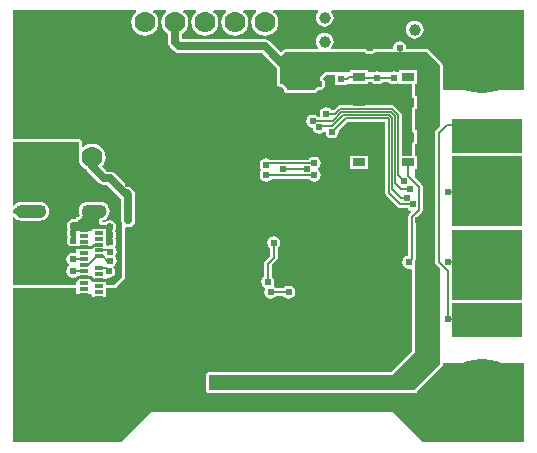
<source format=gtl>
G04 Layer_Physical_Order=1*
G04 Layer_Color=255*
%FSLAX25Y25*%
%MOIN*%
G70*
G01*
G75*
%ADD10R,0.04134X0.02559*%
%ADD11R,0.23622X0.23622*%
%ADD12R,0.23622X0.11811*%
%ADD13R,0.02756X0.03937*%
%ADD14R,0.02756X0.01181*%
%ADD15R,0.02165X0.01968*%
%ADD16C,0.00500*%
%ADD17C,0.02500*%
%ADD18C,0.01000*%
%ADD19C,0.03900*%
%ADD20C,0.27559*%
%ADD21C,0.07000*%
%ADD22R,0.07000X0.07000*%
%ADD23O,0.10236X0.04331*%
%ADD24O,0.08268X0.04331*%
%ADD25C,0.05000*%
%ADD26C,0.02400*%
G36*
X130657Y180098D02*
X131179Y179882D01*
X131627Y179538D01*
X131971Y179090D01*
X132187Y178568D01*
X132261Y178008D01*
X132187Y177448D01*
X131971Y176926D01*
X131627Y176478D01*
X131179Y176134D01*
X130657Y175917D01*
X130620Y175912D01*
X130462Y175859D01*
X130302Y175816D01*
X130275Y175795D01*
X130243Y175785D01*
X130118Y175675D01*
X129986Y175574D01*
X129969Y175545D01*
X129944Y175522D01*
X129870Y175373D01*
X129787Y175229D01*
X129783Y175196D01*
X129768Y175165D01*
X129757Y175000D01*
X129735Y174835D01*
X129768Y174335D01*
X129811Y174174D01*
X129844Y174011D01*
X129862Y173983D01*
X129871Y173951D01*
X129972Y173819D01*
X130065Y173681D01*
X130093Y173662D01*
X130113Y173635D01*
X130257Y173552D01*
X130395Y173460D01*
X130429Y173453D01*
X130458Y173436D01*
X130623Y173414D01*
X130786Y173382D01*
X131731D01*
X131830Y173402D01*
X131930D01*
X132023Y173440D01*
X132122Y173460D01*
X132205Y173515D01*
X132298Y173554D01*
X132850Y173923D01*
X133311Y174015D01*
X133772Y173923D01*
X134162Y173662D01*
X134423Y173272D01*
X134515Y172811D01*
X134423Y172350D01*
X134233Y172066D01*
X134233Y172066D01*
X134081Y171699D01*
Y171301D01*
X134233Y170933D01*
X134233Y170933D01*
X134423Y170650D01*
X134515Y170189D01*
X134423Y169728D01*
X134274Y169505D01*
X134122Y169138D01*
Y168740D01*
X134274Y168372D01*
X134423Y168149D01*
X134515Y167689D01*
X134423Y167228D01*
X134100Y166745D01*
X134100Y166745D01*
X134054Y166633D01*
X133500Y166743D01*
X132642Y166572D01*
X132621Y166558D01*
X132121Y166825D01*
Y169252D01*
Y172433D01*
X127365D01*
Y171782D01*
X127002Y171449D01*
X122247D01*
Y167451D01*
X120289D01*
X120093Y167744D01*
X120001Y168205D01*
X120093Y168665D01*
X120242Y168888D01*
X120394Y169256D01*
Y169654D01*
X120242Y170021D01*
X120093Y170244D01*
X120001Y170705D01*
X120093Y171165D01*
X120242Y171388D01*
X120394Y171756D01*
Y172154D01*
X120242Y172521D01*
X120093Y172744D01*
X120001Y173205D01*
X120093Y173665D01*
X120354Y174056D01*
X120744Y174317D01*
X121205Y174408D01*
X121547Y174340D01*
X121572D01*
X121596Y174332D01*
X121771Y174340D01*
X121945D01*
X121968Y174350D01*
X121993Y174351D01*
X122151Y174425D01*
X122313Y174492D01*
X122330Y174510D01*
X122353Y174521D01*
X122853Y174891D01*
X122904Y174947D01*
X122967Y174989D01*
X123037Y175093D01*
X123114Y175178D01*
X123218Y175182D01*
X123291Y175215D01*
X123370Y175231D01*
X123470Y175298D01*
X123579Y175348D01*
X123634Y175407D01*
X123701Y175452D01*
X123768Y175552D01*
X123849Y175640D01*
X124156Y176140D01*
X124184Y176216D01*
X124229Y176283D01*
X124252Y176401D01*
X124293Y176514D01*
X124290Y176594D01*
X124306Y176673D01*
X124283Y176791D01*
X124278Y176911D01*
X124244Y176984D01*
X124229Y177063D01*
X124069Y177448D01*
X123996Y178008D01*
X124069Y178568D01*
X124285Y179090D01*
X124629Y179538D01*
X125078Y179882D01*
X125600Y180098D01*
X126227Y180181D01*
X130030D01*
X130657Y180098D01*
D02*
G37*
G36*
X123000Y196295D02*
X122961Y196000D01*
X123000Y195705D01*
Y194500D01*
X123428Y194072D01*
X123569Y193731D01*
X124291Y192791D01*
X125231Y192069D01*
X125487Y191963D01*
X125878Y191378D01*
X129828Y187428D01*
X130572Y186931D01*
X131450Y186756D01*
X132328D01*
X136656Y182428D01*
X137206Y182060D01*
Y175000D01*
X137381Y174122D01*
X137500Y173943D01*
X137500Y156000D01*
X135000Y153500D01*
X132121D01*
Y154717D01*
X127365D01*
X127315Y154762D01*
Y155427D01*
X127365Y155472D01*
X127502Y155472D01*
X132121D01*
Y155472D01*
X132621Y155832D01*
X133000Y155757D01*
X133858Y155928D01*
X134586Y156414D01*
X135072Y157142D01*
X135243Y158000D01*
X135072Y158858D01*
X134589Y159582D01*
X135086Y159914D01*
X135572Y160642D01*
X135743Y161500D01*
X135572Y162358D01*
X135144Y163000D01*
X135572Y163642D01*
X135743Y164500D01*
X135572Y165358D01*
X135086Y166086D01*
X134948Y166179D01*
X135383Y166831D01*
X135554Y167689D01*
X135383Y168547D01*
X135122Y168939D01*
X135383Y169331D01*
X135554Y170189D01*
X135383Y171047D01*
X135081Y171500D01*
X135383Y171953D01*
X135554Y172811D01*
X135383Y173669D01*
X134897Y174397D01*
X134169Y174883D01*
X133311Y175054D01*
X132453Y174883D01*
X131731Y174402D01*
X130786D01*
X130753Y174902D01*
X130923Y174924D01*
X131693Y175243D01*
X132354Y175750D01*
X132862Y176411D01*
X133181Y177181D01*
X133290Y178008D01*
X133181Y178834D01*
X132862Y179604D01*
X132354Y180265D01*
X131693Y180773D01*
X130923Y181092D01*
X130097Y181201D01*
X126160D01*
X125333Y181092D01*
X124564Y180773D01*
X123902Y180265D01*
X123395Y179604D01*
X123076Y178834D01*
X122967Y178008D01*
X123076Y177181D01*
X123286Y176673D01*
X122980Y176173D01*
X122247D01*
Y175710D01*
X121747Y175340D01*
X121205Y175448D01*
X120346Y175277D01*
X119619Y174791D01*
X119132Y174063D01*
X118962Y173205D01*
X119132Y172346D01*
X119394Y171955D01*
X119132Y171563D01*
X118962Y170705D01*
X119132Y169846D01*
X119394Y169455D01*
X119132Y169063D01*
X118962Y168205D01*
X119132Y167346D01*
X119619Y166619D01*
X120346Y166132D01*
X121205Y165962D01*
X122063Y166132D01*
X122313Y166299D01*
X126959D01*
X127002Y166299D01*
X127052Y166254D01*
Y166023D01*
X126571Y165543D01*
X122247D01*
Y164363D01*
X121747Y164082D01*
X121016Y164227D01*
X120157Y164057D01*
X119430Y163570D01*
X118943Y162843D01*
X118773Y161984D01*
X118943Y161126D01*
X119430Y160398D01*
X119643Y160255D01*
Y159755D01*
X119461Y159633D01*
X118975Y158906D01*
X118804Y158047D01*
X118975Y157189D01*
X119461Y156461D01*
X120189Y155975D01*
X121047Y155804D01*
X121856Y155965D01*
X122084Y155779D01*
X122247Y155601D01*
Y153500D01*
X101020Y153500D01*
Y175967D01*
X101520Y176136D01*
X101816Y175750D01*
X102477Y175243D01*
X103247Y174924D01*
X104073Y174815D01*
X109979D01*
X110805Y174924D01*
X111575Y175243D01*
X112236Y175750D01*
X112744Y176411D01*
X113063Y177181D01*
X113171Y178008D01*
X113063Y178834D01*
X112744Y179604D01*
X112236Y180265D01*
X111575Y180773D01*
X110805Y181092D01*
X109979Y181201D01*
X104073D01*
X103247Y181092D01*
X102477Y180773D01*
X101816Y180265D01*
X101520Y179879D01*
X101020Y180049D01*
Y201000D01*
X123000D01*
Y196295D01*
D02*
G37*
G36*
X110539Y180098D02*
X111061Y179882D01*
X111509Y179538D01*
X111853Y179090D01*
X112069Y178568D01*
X112143Y178008D01*
X112069Y177448D01*
X111853Y176926D01*
X111509Y176478D01*
X111061Y176134D01*
X110539Y175917D01*
X109912Y175835D01*
X104140D01*
X103513Y175917D01*
X102991Y176134D01*
X102543Y176478D01*
X102328Y176757D01*
X102303Y176779D01*
X102286Y176809D01*
X102154Y176910D01*
X102029Y177019D01*
X101997Y177030D01*
X101971Y177051D01*
X101810Y177094D01*
X101653Y177147D01*
X101619Y177145D01*
X101586Y177154D01*
X101520Y177145D01*
X101264Y177284D01*
X101067Y177474D01*
X101020Y177562D01*
Y178454D01*
X101067Y178541D01*
X101264Y178732D01*
X101520Y178871D01*
X101586Y178862D01*
X101619Y178871D01*
X101653Y178869D01*
X101810Y178922D01*
X101971Y178965D01*
X101997Y178986D01*
X102029Y178997D01*
X102154Y179106D01*
X102286Y179207D01*
X102303Y179236D01*
X102328Y179259D01*
X102543Y179538D01*
X102991Y179882D01*
X103513Y180098D01*
X104140Y180181D01*
X109912D01*
X110539Y180098D01*
D02*
G37*
G36*
X271480Y218500D02*
X245000D01*
Y218500D01*
X244520Y218547D01*
Y226178D01*
X244442Y226568D01*
X244373Y226735D01*
X244335Y226895D01*
X244301Y226968D01*
X244285Y227047D01*
X244218Y227147D01*
X244168Y227256D01*
X244109Y227311D01*
X244064Y227378D01*
X239721Y231721D01*
X239390Y231942D01*
X239000Y232020D01*
X232542D01*
X232224Y232406D01*
X232243Y232500D01*
X232072Y233358D01*
X231586Y234086D01*
X230858Y234572D01*
X230000Y234743D01*
X229142Y234572D01*
X228414Y234086D01*
X227928Y233358D01*
X227757Y232500D01*
X227776Y232406D01*
X227458Y232020D01*
X221644D01*
X221545Y232000D01*
X221445D01*
X221352Y231962D01*
X221253Y231942D01*
X221170Y231886D01*
X221077Y231848D01*
X221006Y231777D01*
X220923Y231721D01*
X220894Y231677D01*
X220461Y231388D01*
X220000Y231296D01*
X219539Y231388D01*
X219106Y231677D01*
X219077Y231721D01*
X218994Y231777D01*
X218923Y231848D01*
X218830Y231886D01*
X218746Y231942D01*
X218648Y231962D01*
X218555Y232000D01*
X218455D01*
X218356Y232020D01*
X207376D01*
X207199Y232520D01*
X207577Y233012D01*
X207874Y233730D01*
X207976Y234500D01*
X207874Y235270D01*
X207577Y235988D01*
X207104Y236604D01*
X206488Y237077D01*
X205770Y237374D01*
X205000Y237475D01*
X204230Y237374D01*
X203512Y237077D01*
X202896Y236604D01*
X202423Y235988D01*
X202126Y235270D01*
X202025Y234500D01*
X202126Y233730D01*
X202423Y233012D01*
X202801Y232520D01*
X202624Y232020D01*
X192000D01*
X191875Y231995D01*
X191747Y231988D01*
X191681Y231956D01*
X191610Y231942D01*
X191504Y231871D01*
X191388Y231816D01*
X190269Y230976D01*
X186622Y234622D01*
X185878Y235120D01*
X185000Y235294D01*
X157450D01*
X157294Y235450D01*
Y237088D01*
X158209Y237791D01*
X158931Y238731D01*
X159384Y239825D01*
X159539Y241000D01*
X159384Y242175D01*
X158931Y243269D01*
X158209Y244209D01*
X157856Y244480D01*
X158026Y244981D01*
X161974D01*
X162144Y244480D01*
X161791Y244209D01*
X161069Y243269D01*
X160616Y242175D01*
X160461Y241000D01*
X160616Y239825D01*
X161069Y238731D01*
X161791Y237791D01*
X162731Y237069D01*
X163825Y236616D01*
X165000Y236461D01*
X166175Y236616D01*
X167269Y237069D01*
X168209Y237791D01*
X168931Y238731D01*
X169384Y239825D01*
X169539Y241000D01*
X169384Y242175D01*
X168931Y243269D01*
X168209Y244209D01*
X167856Y244480D01*
X168026Y244981D01*
X171974D01*
X172144Y244480D01*
X171791Y244209D01*
X171069Y243269D01*
X170616Y242175D01*
X170461Y241000D01*
X170616Y239825D01*
X171069Y238731D01*
X171791Y237791D01*
X172731Y237069D01*
X173825Y236616D01*
X175000Y236461D01*
X176175Y236616D01*
X177269Y237069D01*
X178209Y237791D01*
X178931Y238731D01*
X179384Y239825D01*
X179539Y241000D01*
X179384Y242175D01*
X178931Y243269D01*
X178209Y244209D01*
X177856Y244480D01*
X178026Y244981D01*
X181974D01*
X182144Y244480D01*
X181791Y244209D01*
X181069Y243269D01*
X180616Y242175D01*
X180461Y241000D01*
X180616Y239825D01*
X181069Y238731D01*
X181791Y237791D01*
X182731Y237069D01*
X183825Y236616D01*
X185000Y236461D01*
X186175Y236616D01*
X187269Y237069D01*
X188209Y237791D01*
X188931Y238731D01*
X189384Y239825D01*
X189539Y241000D01*
X189384Y242175D01*
X188931Y243269D01*
X188209Y244209D01*
X187856Y244480D01*
X188026Y244981D01*
X202624D01*
X202801Y244480D01*
X202423Y243988D01*
X202126Y243270D01*
X202025Y242500D01*
X202126Y241730D01*
X202423Y241012D01*
X202896Y240396D01*
X203512Y239923D01*
X204230Y239626D01*
X205000Y239525D01*
X205770Y239626D01*
X206488Y239923D01*
X207104Y240396D01*
X207577Y241012D01*
X207874Y241730D01*
X207976Y242500D01*
X207874Y243270D01*
X207577Y243988D01*
X207199Y244480D01*
X207376Y244981D01*
X271480D01*
Y218500D01*
D02*
G37*
G36*
X152144Y244480D02*
X151791Y244209D01*
X151069Y243269D01*
X150616Y242175D01*
X150461Y241000D01*
X150616Y239825D01*
X151069Y238731D01*
X151791Y237791D01*
X152706Y237088D01*
Y234500D01*
X152881Y233622D01*
X153378Y232878D01*
X154878Y231378D01*
X155622Y230880D01*
X156500Y230706D01*
X184050D01*
X188980Y225775D01*
Y220618D01*
X188990Y220568D01*
X188985Y220518D01*
X189029Y220375D01*
X189058Y220228D01*
X189086Y220186D01*
X189101Y220137D01*
X189196Y220022D01*
X189279Y219897D01*
X189321Y219869D01*
X189353Y219830D01*
X189559Y219661D01*
X189604Y219637D01*
X189639Y219601D01*
X189778Y219544D01*
X189910Y219473D01*
X189960Y219468D01*
X190007Y219449D01*
X190666Y219318D01*
X191057Y219057D01*
X191318Y218667D01*
X191391Y218301D01*
X191429Y218208D01*
X191448Y218110D01*
X191504Y218026D01*
X191543Y217934D01*
X191614Y217863D01*
X191670Y217779D01*
X191753Y217723D01*
X191824Y217652D01*
X191917Y217614D01*
X192000Y217558D01*
X192099Y217538D01*
X192192Y217500D01*
X192292D01*
X192391Y217480D01*
X201500D01*
X201890Y217558D01*
X202221Y217779D01*
X202749Y218307D01*
X203000Y218257D01*
X203858Y218428D01*
X204586Y218914D01*
X205072Y219642D01*
X205243Y220500D01*
X205072Y221358D01*
X204586Y222086D01*
X204612Y222670D01*
X205422Y223480D01*
X208417D01*
Y220146D01*
X212583D01*
Y220429D01*
X212764Y220527D01*
X213264Y220453D01*
Y220453D01*
X219398D01*
Y221226D01*
X220706D01*
X220914Y220914D01*
X221642Y220428D01*
X222500Y220257D01*
X223358Y220428D01*
X224086Y220914D01*
X224294Y221226D01*
X226206D01*
X226414Y220914D01*
X227142Y220428D01*
X228000Y220257D01*
X228858Y220428D01*
X229102Y220591D01*
X229602Y220453D01*
Y220453D01*
X229602Y220453D01*
X233980D01*
Y216547D01*
X234058Y216157D01*
X234279Y215826D01*
X234610Y215605D01*
X234717Y215584D01*
Y212951D01*
X234610Y212930D01*
X234279Y212709D01*
X234058Y212378D01*
X233980Y211988D01*
Y205012D01*
X234058Y204622D01*
X234279Y204291D01*
X234610Y204070D01*
X234717Y204049D01*
Y201416D01*
X234610Y201395D01*
X234279Y201174D01*
X234058Y200843D01*
X233980Y200453D01*
Y196547D01*
X230774D01*
Y210000D01*
X230678Y210488D01*
X230401Y210901D01*
X228401Y212901D01*
X227988Y213177D01*
X227500Y213275D01*
X210000D01*
X209512Y213177D01*
X209099Y212901D01*
X207972Y211774D01*
X207294D01*
X207086Y212086D01*
X206358Y212572D01*
X205500Y212743D01*
X204642Y212572D01*
X203914Y212086D01*
X203428Y211358D01*
X203257Y210500D01*
X203375Y209905D01*
X203053Y209463D01*
X202674Y209454D01*
X202586Y209586D01*
X201858Y210072D01*
X201000Y210243D01*
X200142Y210072D01*
X199414Y209586D01*
X198928Y208858D01*
X198757Y208000D01*
X198928Y207142D01*
X199414Y206414D01*
X200142Y205928D01*
X200965Y205764D01*
X201079Y205192D01*
X201565Y204464D01*
X202293Y203978D01*
X203151Y203807D01*
X204010Y203978D01*
X204737Y204464D01*
X204780Y204528D01*
X204879Y204522D01*
X205281Y204378D01*
X205428Y203642D01*
X205914Y202914D01*
X206642Y202428D01*
X207500Y202257D01*
X208358Y202428D01*
X209086Y202914D01*
X209572Y203642D01*
X209743Y204500D01*
X209670Y204868D01*
X212528Y207726D01*
X225225D01*
Y184000D01*
X225323Y183512D01*
X225599Y183099D01*
X229313Y179384D01*
X229727Y179108D01*
X230215Y179011D01*
X232592D01*
X232801Y178699D01*
X233528Y178213D01*
X233744Y178170D01*
X233889Y177692D01*
X233099Y176901D01*
X232822Y176488D01*
X232726Y176000D01*
Y163189D01*
X232142Y163072D01*
X231414Y162586D01*
X230928Y161858D01*
X230757Y161000D01*
X230928Y160142D01*
X231414Y159414D01*
X232142Y158928D01*
X233000Y158757D01*
X233480Y158853D01*
X233980Y158454D01*
Y131422D01*
X227078Y124520D01*
X166500D01*
X166110Y124442D01*
X165779Y124221D01*
X165558Y123890D01*
X165480Y123500D01*
Y118500D01*
X165558Y118110D01*
X165779Y117779D01*
X166110Y117558D01*
X166500Y117480D01*
X235000D01*
X235390Y117558D01*
X235721Y117779D01*
X244221Y126279D01*
X244442Y126610D01*
X244520Y127000D01*
Y127453D01*
X245000Y127500D01*
Y127500D01*
X271480D01*
Y101020D01*
X237922D01*
X228221Y110721D01*
X227890Y110942D01*
X227500Y111020D01*
X147500D01*
X147110Y110942D01*
X146779Y110721D01*
X137078Y101020D01*
X101020D01*
Y152480D01*
X122247Y152480D01*
Y150551D01*
X127002D01*
X127365Y150218D01*
Y149567D01*
X132121D01*
Y152480D01*
X135000D01*
X135390Y152558D01*
X135721Y152779D01*
X138221Y155279D01*
X138442Y155610D01*
X138520Y156000D01*
X138520Y172394D01*
X139020Y172801D01*
X139500Y172706D01*
X140378Y172880D01*
X141122Y173378D01*
X141620Y174122D01*
X141794Y175000D01*
Y183500D01*
X141620Y184378D01*
X141122Y185122D01*
X140572Y185672D01*
X139828Y186170D01*
X139297Y186275D01*
X134900Y190672D01*
X134156Y191170D01*
X133278Y191344D01*
X132400D01*
X130815Y192929D01*
X131431Y193731D01*
X131884Y194825D01*
X132039Y196000D01*
X131884Y197175D01*
X131431Y198269D01*
X130709Y199209D01*
X129769Y199931D01*
X128675Y200384D01*
X127500Y200539D01*
X126325Y200384D01*
X125231Y199931D01*
X124520Y199385D01*
X124020Y199632D01*
Y201000D01*
X123942Y201390D01*
X123721Y201721D01*
X123390Y201942D01*
X123000Y202020D01*
X101020D01*
Y244981D01*
X141974D01*
X142144Y244480D01*
X141791Y244209D01*
X141069Y243269D01*
X140616Y242175D01*
X140461Y241000D01*
X140616Y239825D01*
X141069Y238731D01*
X141791Y237791D01*
X142731Y237069D01*
X143825Y236616D01*
X145000Y236461D01*
X146175Y236616D01*
X147269Y237069D01*
X148209Y237791D01*
X148931Y238731D01*
X149384Y239825D01*
X149539Y241000D01*
X149384Y242175D01*
X148931Y243269D01*
X148209Y244209D01*
X147856Y244480D01*
X148026Y244981D01*
X151974D01*
X152144Y244480D01*
D02*
G37*
G36*
X218356Y231000D02*
X218414Y230914D01*
X219142Y230428D01*
X220000Y230257D01*
X220858Y230428D01*
X221586Y230914D01*
X221644Y231000D01*
X239000D01*
X243343Y226657D01*
X243400Y226419D01*
X243500Y226178D01*
Y206302D01*
X242149Y204951D01*
X241873Y204538D01*
X241775Y204050D01*
Y161192D01*
X241873Y160705D01*
X242149Y160291D01*
X243500Y158940D01*
Y127000D01*
X235000Y118500D01*
X166500D01*
Y123500D01*
X227500D01*
X235000Y131000D01*
Y160033D01*
X235072Y160142D01*
X235243Y161000D01*
X235150Y161470D01*
X235177Y161512D01*
X235275Y162000D01*
Y175472D01*
X237238Y177435D01*
X237514Y177849D01*
X237611Y178337D01*
Y186163D01*
X237514Y186651D01*
X237238Y187065D01*
X235000Y189302D01*
Y191988D01*
X235736D01*
Y196547D01*
X235000D01*
Y200453D01*
X235736D01*
Y205012D01*
X235000D01*
Y211988D01*
X235736D01*
Y216547D01*
X235000D01*
Y220453D01*
X235736D01*
Y225012D01*
X229602D01*
Y224500D01*
X228967D01*
X228858Y224572D01*
X228000Y224743D01*
X227142Y224572D01*
X227033Y224500D01*
X223467Y224500D01*
X223358Y224572D01*
X222500Y224743D01*
X221642Y224572D01*
X221533Y224500D01*
X219398D01*
Y225012D01*
X213264D01*
Y224500D01*
X205000Y224500D01*
X203000Y222500D01*
X203000Y220000D01*
X201500Y218500D01*
X192391D01*
X192278Y219064D01*
X191792Y219792D01*
X191064Y220278D01*
X190206Y220449D01*
X190000Y220618D01*
Y229500D01*
X192000Y231000D01*
X218356Y231000D01*
D02*
G37*
%LPC*%
G36*
X235000Y241476D02*
X234230Y241374D01*
X233512Y241077D01*
X232896Y240604D01*
X232423Y239988D01*
X232126Y239270D01*
X232025Y238500D01*
X232126Y237730D01*
X232423Y237012D01*
X232896Y236396D01*
X233512Y235923D01*
X234230Y235626D01*
X235000Y235525D01*
X235770Y235626D01*
X236488Y235923D01*
X237104Y236396D01*
X237577Y237012D01*
X237874Y237730D01*
X237976Y238500D01*
X237874Y239270D01*
X237577Y239988D01*
X237104Y240604D01*
X236488Y241077D01*
X235770Y241374D01*
X235000Y241476D01*
D02*
G37*
G36*
X188000Y169743D02*
X187142Y169572D01*
X186414Y169086D01*
X185928Y168358D01*
X185757Y167500D01*
X185928Y166642D01*
X186414Y165914D01*
X186725Y165706D01*
Y163028D01*
X185099Y161401D01*
X184822Y160988D01*
X184725Y160500D01*
Y156294D01*
X184414Y156086D01*
X183928Y155358D01*
X183757Y154500D01*
X183928Y153642D01*
X184414Y152914D01*
X184841Y152629D01*
X185011Y151983D01*
X184928Y151858D01*
X184757Y151000D01*
X184928Y150142D01*
X185414Y149414D01*
X186142Y148928D01*
X187000Y148757D01*
X187858Y148928D01*
X188586Y149414D01*
X188794Y149725D01*
X191206D01*
X191414Y149414D01*
X192142Y148928D01*
X193000Y148757D01*
X193858Y148928D01*
X194586Y149414D01*
X195072Y150142D01*
X195243Y151000D01*
X195072Y151858D01*
X194586Y152586D01*
X193858Y153072D01*
X193000Y153243D01*
X192142Y153072D01*
X191414Y152586D01*
X191206Y152275D01*
X188794D01*
X188586Y152586D01*
X188159Y152871D01*
X187989Y153517D01*
X188072Y153642D01*
X188243Y154500D01*
X188072Y155358D01*
X187586Y156086D01*
X187275Y156294D01*
Y159972D01*
X188901Y161599D01*
X189178Y162012D01*
X189275Y162500D01*
Y165706D01*
X189586Y165914D01*
X190072Y166642D01*
X190243Y167500D01*
X190072Y168358D01*
X189586Y169086D01*
X188858Y169572D01*
X188000Y169743D01*
D02*
G37*
G36*
X201500Y196243D02*
X200642Y196072D01*
X199914Y195586D01*
X199662Y195209D01*
X191887D01*
X191808Y195224D01*
X186879D01*
X186358Y195572D01*
X185500Y195743D01*
X184642Y195572D01*
X183914Y195086D01*
X183428Y194358D01*
X183257Y193500D01*
X183428Y192642D01*
X183914Y191914D01*
Y191586D01*
X183428Y190858D01*
X183257Y190000D01*
X183428Y189142D01*
X183914Y188414D01*
X184642Y187928D01*
X185500Y187757D01*
X186358Y187928D01*
X187086Y188414D01*
X187317Y188760D01*
X199709D01*
X199930Y188430D01*
X200657Y187943D01*
X201516Y187773D01*
X202374Y187943D01*
X203102Y188430D01*
X203588Y189157D01*
X203759Y190016D01*
X203588Y190874D01*
X203102Y191602D01*
X202860Y191763D01*
Y192263D01*
X203086Y192414D01*
X203572Y193142D01*
X203743Y194000D01*
X203572Y194858D01*
X203086Y195586D01*
X202358Y196072D01*
X201500Y196243D01*
D02*
G37*
G36*
X219398Y196547D02*
X213264D01*
Y191988D01*
X219398D01*
Y196547D01*
D02*
G37*
%LPD*%
D10*
X232669Y194268D02*
D03*
X216331D02*
D03*
X232669Y202732D02*
D03*
X216331D02*
D03*
Y222732D02*
D03*
X232669D02*
D03*
X216331Y214268D02*
D03*
X232669D02*
D03*
D11*
X259000Y184902D02*
D03*
Y160098D02*
D03*
D12*
Y141791D02*
D03*
Y203209D02*
D03*
D13*
X124624Y173205D02*
D03*
Y148795D02*
D03*
D14*
Y169858D02*
D03*
Y167890D02*
D03*
Y165921D02*
D03*
Y163953D02*
D03*
Y161984D02*
D03*
Y160016D02*
D03*
Y158047D02*
D03*
Y156079D02*
D03*
Y154110D02*
D03*
Y152142D02*
D03*
X129743Y149189D02*
D03*
Y151157D02*
D03*
Y153126D02*
D03*
Y155095D02*
D03*
Y157063D02*
D03*
Y159031D02*
D03*
Y162969D02*
D03*
Y164937D02*
D03*
Y166905D02*
D03*
Y168874D02*
D03*
Y170843D02*
D03*
Y172811D02*
D03*
D15*
X210500Y225870D02*
D03*
Y222130D02*
D03*
D16*
X245709Y206709D02*
X259000D01*
X255709Y142000D02*
X259000Y145291D01*
X256402Y161000D02*
X259000Y163598D01*
X253902Y184500D02*
X258402Y189000D01*
X200466Y190034D02*
X201000Y189500D01*
X246000Y184500D02*
X253902D01*
X243050Y161192D02*
Y204050D01*
Y161192D02*
X246000Y158242D01*
Y142000D02*
Y158242D01*
Y161000D02*
X256402D01*
X246000Y142000D02*
X255709D01*
X258402Y189000D02*
X259000Y188402D01*
X203551Y206450D02*
X207450D01*
X203151Y206050D02*
X203551Y206450D01*
X204141Y208000D02*
X204384Y208243D01*
X201000Y208000D02*
X204141D01*
X204384Y208243D02*
X207743D01*
X205500Y210500D02*
X208500D01*
X210000Y212000D01*
X207743Y208243D02*
X210500Y211000D01*
X133063Y164937D02*
X133500Y164500D01*
X187000Y151000D02*
X193000D01*
X186000Y154500D02*
Y160500D01*
X210500Y222130D02*
X212500D01*
X213102Y222732D01*
X216331D01*
X210500Y211000D02*
X227086D01*
X211000Y210000D02*
X226500D01*
X207450Y206450D02*
X211000Y210000D01*
X212000Y209000D02*
X226086D01*
X207500Y204500D02*
X212000Y209000D01*
X203000Y220500D02*
Y226000D01*
X201500Y227500D02*
X203000Y226000D01*
X201500Y227500D02*
X202500Y228500D01*
X222500Y222500D02*
X228000D01*
X216563D02*
X222500D01*
X226500Y184000D02*
Y208586D01*
X226086Y209000D02*
X226500Y208586D01*
X229500Y190000D02*
Y210000D01*
X227500Y212000D02*
X229500Y210000D01*
X210000Y212000D02*
X227500D01*
Y185500D02*
Y209000D01*
X226500Y210000D02*
X227500Y209000D01*
X228500Y187500D02*
Y209586D01*
X227086Y211000D02*
X228500Y209586D01*
X230000Y228500D02*
X236000D01*
X202500D02*
X230000D01*
Y232500D01*
X185500Y193500D02*
X185950Y193950D01*
X191808D01*
X191823Y193934D02*
X201434D01*
X191808Y193950D02*
X191823Y193934D01*
X191000Y192000D02*
X198969D01*
X198984Y191984D01*
X185534Y190034D02*
X200466D01*
X185500Y190000D02*
X185534Y190034D01*
X188000Y162500D02*
Y167500D01*
X201434Y193934D02*
X201500Y194000D01*
X201000Y189500D02*
X201516Y190016D01*
X132500Y161500D02*
X133500D01*
X128969Y162969D02*
X129743D01*
X131032D01*
X126016Y160016D02*
X128969Y162969D01*
X131032D02*
X132500Y161500D01*
X124624Y160016D02*
X126016D01*
X121016Y161984D02*
X124624D01*
X121047Y158047D02*
X124624D01*
X129743Y164937D02*
X133063D01*
X236000Y220000D02*
X238000Y222000D01*
Y226500D01*
X236000Y228500D02*
X238000Y226500D01*
X216331Y222732D02*
X216563Y222500D01*
X228500Y187500D02*
X230500Y185500D01*
X227500D02*
X230500Y182500D01*
X232500D01*
X229500Y190000D02*
X231500Y188000D01*
X230500Y185500D02*
X233500D01*
X243050Y204050D02*
X245709Y206709D01*
X226500Y184000D02*
X230215Y180285D01*
X234387D01*
X232669Y189831D02*
Y194268D01*
Y189831D02*
X236337Y186163D01*
Y178337D02*
Y186163D01*
X234000Y176000D02*
X236337Y178337D01*
X234000Y162000D02*
Y176000D01*
X233000Y161000D02*
X234000Y162000D01*
X186000Y160500D02*
X188000Y162500D01*
X129743Y159031D02*
X131968D01*
X133000Y158000D01*
D17*
X156500Y233000D02*
X185000D01*
X192500Y225500D01*
X155000Y234500D02*
X156500Y233000D01*
X155000Y234500D02*
Y241000D01*
X133278Y189050D02*
X138278Y184050D01*
X131450Y189050D02*
X133278D01*
X138950Y184050D02*
X139500Y183500D01*
X138278Y184050D02*
X138950D01*
X139500Y175000D02*
Y183500D01*
X127500Y193000D02*
X131450Y189050D01*
X127500Y193000D02*
Y196000D01*
D18*
X121205Y168205D02*
Y170705D01*
Y173205D01*
X133311Y167689D02*
Y170189D01*
Y172811D01*
X124624Y173205D02*
X125018Y172811D01*
X129743D01*
X124624Y148795D02*
X125018Y149189D01*
X129743D01*
X133189D01*
X121205Y148795D02*
X124624D01*
X129743Y172811D02*
X133311D01*
X121205Y173205D02*
X124624D01*
X127933Y166905D02*
X129743D01*
X126949Y165921D02*
X127933Y166905D01*
X124624Y165921D02*
X126949D01*
X127647Y155095D02*
X129743D01*
X126663Y156079D02*
X127647Y155095D01*
X124624Y156079D02*
X126663D01*
X129743Y155095D02*
X134095D01*
X135000Y156000D01*
X122724Y156079D02*
X124624D01*
X121145Y154500D02*
X122724Y156079D01*
X117500Y154500D02*
X121145D01*
X119921Y165921D02*
X124624D01*
X119500Y165500D02*
X119921Y165921D01*
X118500Y165500D02*
X119500D01*
D19*
X205000Y234500D02*
D03*
Y242500D02*
D03*
X235000Y238500D02*
D03*
D20*
X115000Y115000D02*
D03*
X257500Y231000D02*
D03*
Y115000D02*
D03*
X115000Y231000D02*
D03*
D21*
X127500Y206000D02*
D03*
Y196000D02*
D03*
X117500Y206000D02*
D03*
Y196000D02*
D03*
X107500Y206000D02*
D03*
X145000Y241000D02*
D03*
X155000D02*
D03*
X165000D02*
D03*
X175000D02*
D03*
X185000D02*
D03*
D22*
X107500Y196000D02*
D03*
X135000Y241000D02*
D03*
D23*
X107026Y143992D02*
D03*
Y178008D02*
D03*
D24*
X128128Y143992D02*
D03*
Y178008D02*
D03*
D25*
X107913Y107913D02*
D03*
X122087D02*
D03*
Y122087D02*
D03*
X107913D02*
D03*
X115000Y125236D02*
D03*
Y104764D02*
D03*
X125236Y115000D02*
D03*
X104764D02*
D03*
X250413Y223913D02*
D03*
X264587D02*
D03*
Y238087D02*
D03*
X250413D02*
D03*
X257500Y241236D02*
D03*
Y220764D02*
D03*
X267736Y231000D02*
D03*
X247264D02*
D03*
X250413Y107913D02*
D03*
X264587D02*
D03*
Y122087D02*
D03*
X250413D02*
D03*
X257500Y125236D02*
D03*
Y104764D02*
D03*
X267736Y115000D02*
D03*
X247264D02*
D03*
X107913Y223913D02*
D03*
X122087D02*
D03*
Y238087D02*
D03*
X107913D02*
D03*
X115000Y241236D02*
D03*
Y220764D02*
D03*
X125236Y231000D02*
D03*
X104764D02*
D03*
D26*
X246000Y184500D02*
D03*
Y161000D02*
D03*
Y142000D02*
D03*
X150500Y225500D02*
D03*
X160500D02*
D03*
X170500D02*
D03*
X181500D02*
D03*
X176000Y164000D02*
D03*
X225626Y168626D02*
D03*
X140000Y163500D02*
D03*
X203151Y206050D02*
D03*
X205500Y210500D02*
D03*
X201000Y208000D02*
D03*
X172414Y133586D02*
D03*
X174705Y121795D02*
D03*
X168799Y121701D02*
D03*
X139500Y187000D02*
D03*
X151000Y140500D02*
D03*
X224000D02*
D03*
X216500Y133500D02*
D03*
X213500D02*
D03*
X206000D02*
D03*
X202500D02*
D03*
X198500D02*
D03*
X191000D02*
D03*
X188000D02*
D03*
X180500D02*
D03*
X177500D02*
D03*
X159000D02*
D03*
X173500Y158000D02*
D03*
X167500D02*
D03*
X180000Y181500D02*
D03*
X173772Y172772D02*
D03*
X143500Y176000D02*
D03*
X139500Y175000D02*
D03*
X133500Y164500D02*
D03*
X187000Y151000D02*
D03*
X193000D02*
D03*
X186000Y154500D02*
D03*
X203000Y220500D02*
D03*
X207500Y204500D02*
D03*
X195000Y242000D02*
D03*
Y239000D02*
D03*
X198000D02*
D03*
Y242000D02*
D03*
X228000Y222500D02*
D03*
X222500D02*
D03*
X220000Y232500D02*
D03*
X230000D02*
D03*
X236350Y210350D02*
D03*
X222500Y178000D02*
D03*
X213500Y205413D02*
D03*
X117500Y151000D02*
D03*
X115000D02*
D03*
X112500D02*
D03*
X110000D02*
D03*
X107500D02*
D03*
X105000D02*
D03*
X195000Y222000D02*
D03*
X198000Y225500D02*
D03*
X191000Y192000D02*
D03*
X185500Y193500D02*
D03*
Y190000D02*
D03*
X188000Y167500D02*
D03*
X155130Y188000D02*
D03*
X225626Y216374D02*
D03*
X201516Y190016D02*
D03*
X201500Y194000D02*
D03*
X198984Y191984D02*
D03*
X133500Y161500D02*
D03*
X121016Y161984D02*
D03*
X161500Y162500D02*
D03*
X157500D02*
D03*
X121047Y158047D02*
D03*
X121205Y168205D02*
D03*
Y170705D02*
D03*
X133311Y167689D02*
D03*
Y170189D02*
D03*
X133189Y149189D02*
D03*
X121205Y148795D02*
D03*
X133311Y172811D02*
D03*
X121205Y173205D02*
D03*
X199500Y153500D02*
D03*
X203500D02*
D03*
X210626Y215874D02*
D03*
X236150Y175150D02*
D03*
X232500Y182500D02*
D03*
X231500Y188000D02*
D03*
X233500Y185500D02*
D03*
X234387Y180285D02*
D03*
X216000Y217500D02*
D03*
X227000Y157500D02*
D03*
X206000D02*
D03*
X211500Y162500D02*
D03*
X233000Y161000D02*
D03*
X239130Y157130D02*
D03*
X133000Y158000D02*
D03*
X192500Y225500D02*
D03*
X188000Y146000D02*
D03*
X152500Y197500D02*
D03*
X133000Y192000D02*
D03*
X142000Y203500D02*
D03*
X141000Y197500D02*
D03*
X167500Y193500D02*
D03*
X190206Y218206D02*
D03*
X133000Y222000D02*
D03*
X141000Y233000D02*
D03*
X232500Y199000D02*
D03*
M02*

</source>
